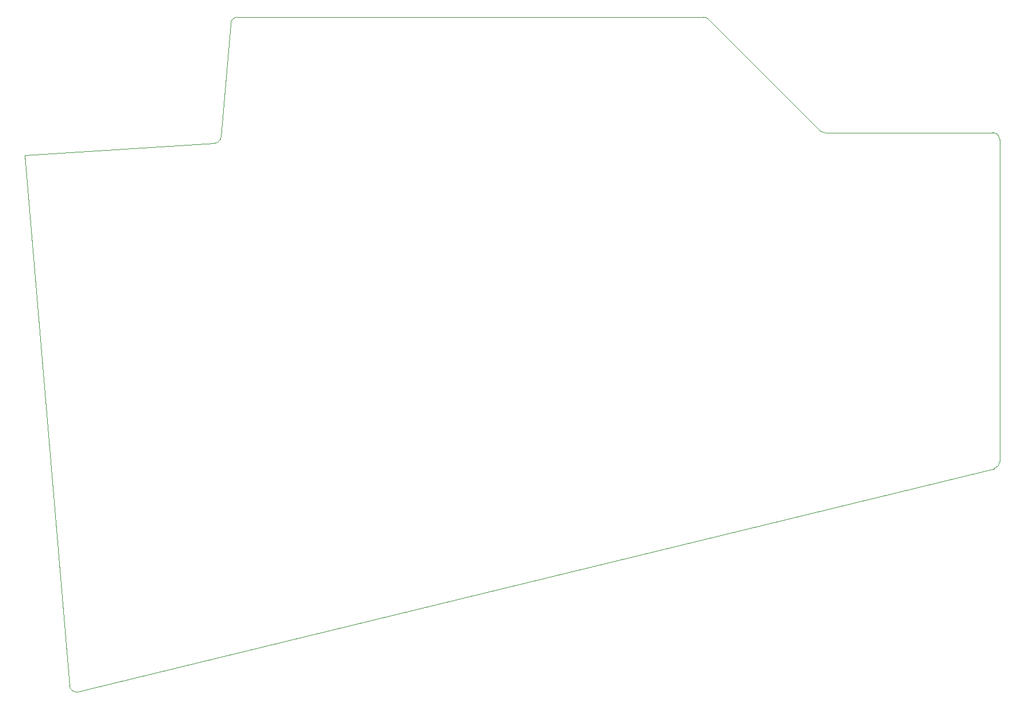
<source format=gbr>
%TF.GenerationSoftware,KiCad,Pcbnew,9.0.6-1.fc43*%
%TF.CreationDate,2026-01-15T13:14:44-05:00*%
%TF.ProjectId,Right,52696768-742e-46b6-9963-61645f706362,rev?*%
%TF.SameCoordinates,Original*%
%TF.FileFunction,Profile,NP*%
%FSLAX46Y46*%
G04 Gerber Fmt 4.6, Leading zero omitted, Abs format (unit mm)*
G04 Created by KiCad (PCBNEW 9.0.6-1.fc43) date 2026-01-15 13:14:44*
%MOMM*%
%LPD*%
G01*
G04 APERTURE LIST*
%TA.AperFunction,Profile*%
%ADD10C,0.050000*%
%TD*%
G04 APERTURE END LIST*
D10*
X193435786Y-50500000D02*
X124850000Y-50500000D01*
X123850000Y-51500000D02*
G75*
G02*
X124850000Y-50500000I1000000J0D01*
G01*
X236000000Y-67500000D02*
G75*
G02*
X237000000Y-68500000I0J-1000000D01*
G01*
X236236935Y-116941722D02*
X101355014Y-149836633D01*
X236000000Y-67500000D02*
X211264214Y-67500000D01*
X93500000Y-70806932D02*
X100122831Y-148949271D01*
X122423226Y-68145694D02*
G75*
G02*
X121494525Y-69057990I-996326J85394D01*
G01*
X101355014Y-149836633D02*
G75*
G02*
X100122775Y-148949276I-235714J971933D01*
G01*
X121494526Y-69057988D02*
X93500000Y-70806933D01*
X237000000Y-115970196D02*
G75*
G02*
X236236936Y-116941725I-1000000J-4D01*
G01*
X210557107Y-67207107D02*
X194142893Y-50792893D01*
X193435786Y-50500000D02*
G75*
G02*
X194142908Y-50792878I114J-999800D01*
G01*
X123850000Y-51500000D02*
X122423226Y-68145694D01*
X211264214Y-67500000D02*
G75*
G02*
X210557121Y-67207093I-14J999900D01*
G01*
X237000000Y-115970196D02*
X237000000Y-68500000D01*
M02*

</source>
